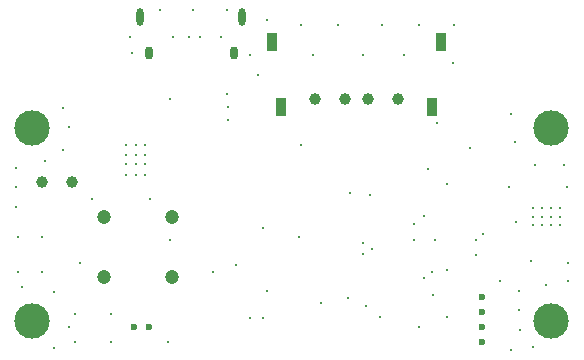
<source format=gbr>
%TF.GenerationSoftware,Altium Limited,Altium Designer,20.2.4 (192)*%
G04 Layer_Color=0*
%FSLAX26Y26*%
%MOIN*%
%TF.SameCoordinates,588C5E66-93D0-4E9F-B3F3-82FDCAC5A583*%
%TF.FilePolarity,Positive*%
%TF.FileFunction,Plated,1,2,PTH,Drill*%
%TF.Part,Single*%
G01*
G75*
%TA.AperFunction,ComponentDrill*%
%ADD114C,0.047244*%
%ADD115O,0.023622X0.059055*%
%ADD116O,0.027559X0.043307*%
%ADD117C,0.039370*%
%ADD118R,0.035433X0.059055*%
%TA.AperFunction,OtherDrill,Pad Free-H (88.583mil,767.716mil)*%
%ADD119C,0.118110*%
%TA.AperFunction,ComponentDrill*%
%ADD120C,0.023622*%
%ADD121C,0.023622*%
%TA.AperFunction,OtherDrill,Pad Free-H (1820.866mil,124.016mil)*%
%ADD122C,0.118110*%
%TA.AperFunction,OtherDrill,Pad Free-H (1820.866mil,767.716mil)*%
%ADD123C,0.118110*%
%TA.AperFunction,OtherDrill,Pad Free-H (88.583mil,124.016mil)*%
%ADD124C,0.118110*%
%TA.AperFunction,ViaDrill,NotFilled*%
%ADD125C,0.011811*%
D114*
X330181Y271654D02*
D03*
Y471654D02*
D03*
X555181Y271654D02*
D03*
X555181Y471654D02*
D03*
D115*
X448819Y1138780D02*
D03*
X791339D02*
D03*
D116*
X478346Y1019685D02*
D03*
X761811D02*
D03*
D117*
X224760Y586417D02*
D03*
X124760D02*
D03*
X1309055Y863779D02*
D03*
X1210630D02*
D03*
X1131890D02*
D03*
X1033465D02*
D03*
D118*
X1423228Y838583D02*
D03*
X919291D02*
D03*
X889764Y1053543D02*
D03*
X1452756D02*
D03*
D119*
X88583Y767716D02*
D03*
D120*
X478740Y103347D02*
D03*
X428740D02*
D03*
D121*
X1589567Y205512D02*
D03*
Y155512D02*
D03*
Y105512D02*
D03*
Y55512D02*
D03*
D122*
X1820866Y124016D02*
D03*
D123*
Y767716D02*
D03*
D124*
X88583Y124016D02*
D03*
D125*
X482284Y530709D02*
D03*
X551378Y394685D02*
D03*
X1395768Y267697D02*
D03*
X1427953Y212422D02*
D03*
X1751968Y324372D02*
D03*
X1473805Y295082D02*
D03*
X1711760Y226077D02*
D03*
X1650610Y256890D02*
D03*
X1568852Y343925D02*
D03*
X844488Y944291D02*
D03*
X1379331Y103347D02*
D03*
X768909Y310747D02*
D03*
X161513Y35609D02*
D03*
X211476Y103532D02*
D03*
X163917Y221510D02*
D03*
X55906Y237981D02*
D03*
X1441142Y783779D02*
D03*
X815975Y1009842D02*
D03*
X872047Y1128937D02*
D03*
X1494012Y983423D02*
D03*
X1495669Y1112205D02*
D03*
X424058Y1019685D02*
D03*
X417807Y1071903D02*
D03*
X291339Y531216D02*
D03*
X249016Y316962D02*
D03*
X742634Y796000D02*
D03*
Y838583D02*
D03*
X741255Y879921D02*
D03*
X549058Y863779D02*
D03*
X131595Y659699D02*
D03*
X193532Y695465D02*
D03*
X214208Y770134D02*
D03*
X191509Y834443D02*
D03*
X1685238Y29281D02*
D03*
X1759076Y38251D02*
D03*
X1715901Y93366D02*
D03*
X1711760Y161595D02*
D03*
X1802694Y243646D02*
D03*
X1861977Y646138D02*
D03*
X1767224D02*
D03*
X1700827Y719931D02*
D03*
X1687586Y816115D02*
D03*
X1472021Y580709D02*
D03*
X1408185Y632437D02*
D03*
X1550121Y700814D02*
D03*
X985827Y712598D02*
D03*
X872047Y224163D02*
D03*
X694685Y288291D02*
D03*
X542913Y55975D02*
D03*
X351906Y149046D02*
D03*
Y55975D02*
D03*
X234318D02*
D03*
Y149046D02*
D03*
X124760Y288291D02*
D03*
X44803D02*
D03*
X122202Y405372D02*
D03*
X44803D02*
D03*
X36992Y504787D02*
D03*
Y572186D02*
D03*
Y633195D02*
D03*
X515248Y1161417D02*
D03*
X627798D02*
D03*
X741255D02*
D03*
X721029Y1071903D02*
D03*
X1381394Y1112205D02*
D03*
X1328397Y1012602D02*
D03*
X1257066Y1112205D02*
D03*
X1193130Y1012602D02*
D03*
X1110803Y1112205D02*
D03*
X1024970Y1012602D02*
D03*
X986221Y1112205D02*
D03*
X1701950Y454798D02*
D03*
X859483Y135422D02*
D03*
X1217323Y543090D02*
D03*
X1395768Y476378D02*
D03*
X1472021Y138402D02*
D03*
X1680217Y570866D02*
D03*
X815975Y133061D02*
D03*
X1051578Y183077D02*
D03*
X1144685Y202194D02*
D03*
X1433140Y395082D02*
D03*
X1363422D02*
D03*
X1423228Y288291D02*
D03*
X1878051Y316929D02*
D03*
X1759547Y500000D02*
D03*
Y472441D02*
D03*
X1789370Y500000D02*
D03*
X1569389Y394685D02*
D03*
X1593897Y416339D02*
D03*
X1193508Y385039D02*
D03*
X1363422Y449508D02*
D03*
X1223292Y364232D02*
D03*
X1193130Y346457D02*
D03*
X1150620Y550463D02*
D03*
X1249016Y138402D02*
D03*
X1202165Y174097D02*
D03*
X979471Y405372D02*
D03*
X860236Y434646D02*
D03*
X559055Y1071903D02*
D03*
X649606D02*
D03*
X614173D02*
D03*
X1874308Y569882D02*
D03*
X403543Y646526D02*
D03*
X466535D02*
D03*
X435039Y646525D02*
D03*
X403543Y612476D02*
D03*
X435039D02*
D03*
X466535Y612471D02*
D03*
Y678543D02*
D03*
X435039Y678549D02*
D03*
X403543D02*
D03*
X435039Y712597D02*
D03*
X466535Y712598D02*
D03*
X403543D02*
D03*
X1878051Y256890D02*
D03*
X1848425Y444882D02*
D03*
Y472441D02*
D03*
Y500000D02*
D03*
X1818898Y444882D02*
D03*
Y472441D02*
D03*
Y500000D02*
D03*
X1789370Y472441D02*
D03*
Y444882D02*
D03*
X1759842D02*
D03*
%TF.MD5,5aa2512004b278b3e533366e9d391afe*%
M02*

</source>
